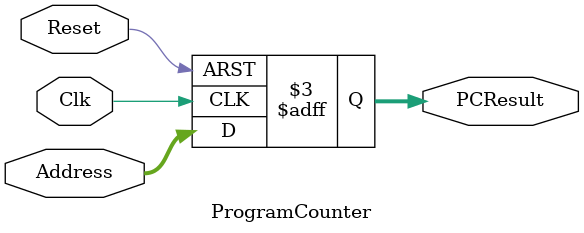
<source format=v>
`timescale 1ns / 1ps


module ProgramCounter(Address, PCResult, Reset, Clk);

	input [31:0] Address;
	input Reset, Clk;

	output reg [31:0] PCResult;

    /* Please fill in the implementation here... */

	always @ (posedge Clk or posedge Reset) begin
		if (Reset == 1)
			PCResult <= 0;
		else
			PCResult <= Address;
	end
endmodule


</source>
